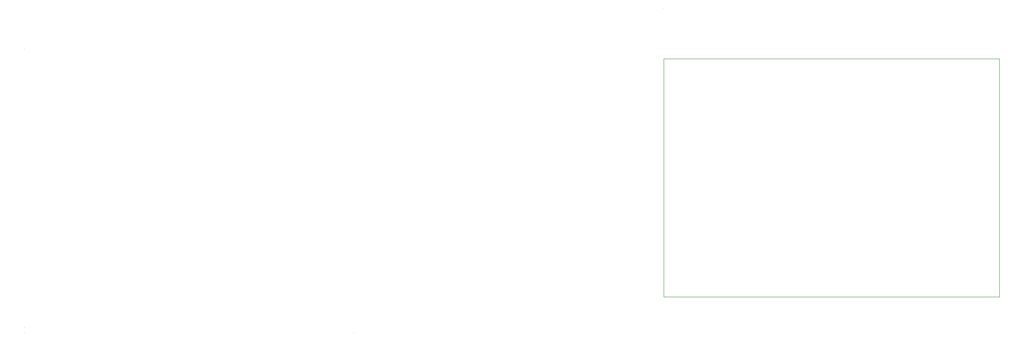
<source format=gko>
G04*
G04 #@! TF.GenerationSoftware,Altium Limited,Altium Designer,18.0.12 (696)*
G04*
G04 Layer_Color=16711935*
%FSLAX25Y25*%
%MOIN*%
G70*
G01*
G75*
%ADD123C,0.00100*%
D123*
X982900Y159250D02*
G03*
X982950Y159300I0J50D01*
G01*
X982900Y159250D02*
G03*
X982950Y159300I0J50D01*
G01*
X720000Y385450D02*
G03*
X719950Y385400I0J-50D01*
G01*
X720000Y385450D02*
G03*
X719950Y385400I0J-50D01*
G01*
X218950Y131000D02*
G03*
X219000Y130950I50J0D01*
G01*
X218950Y135000D02*
G03*
X219000Y134950I50J0D01*
G01*
Y353550D02*
G03*
X218950Y353500I0J-50D01*
G01*
X219000Y353550D02*
G03*
X218950Y353500I0J-50D01*
G01*
X477000Y130950D02*
G03*
X477050Y131000I0J50D01*
G01*
X477000Y130950D02*
G03*
X477050Y131000I0J50D01*
G01*
Y353500D02*
G03*
X477000Y353550I-50J0D01*
G01*
X477050Y353500D02*
G03*
X477000Y353550I-50J0D01*
G01*
X719900Y159200D02*
X982800Y159200D01*
X719850Y346000D02*
X719850Y159200D01*
X982950Y346000D02*
X982950Y159300D01*
X719900Y346000D02*
X982800Y346000D01*
X719900Y345950D02*
X982800Y345950D01*
X982900Y346000D02*
X982900Y159300D01*
M02*

</source>
